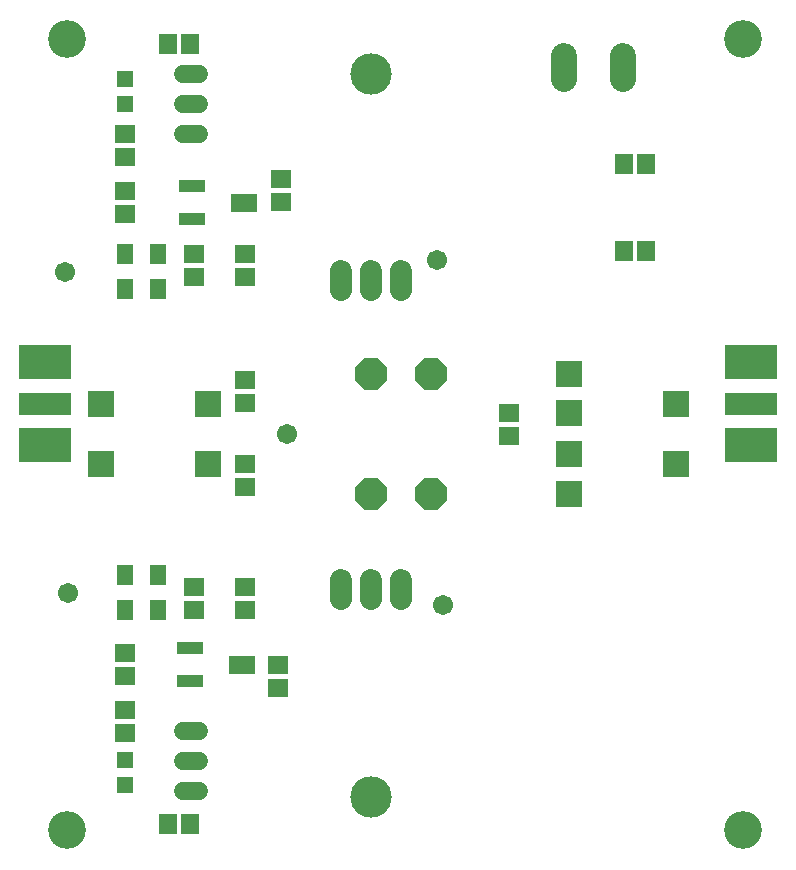
<source format=gbr>
G04 EAGLE Gerber RS-274X export*
G75*
%MOMM*%
%FSLAX34Y34*%
%LPD*%
%INSoldermask Top*%
%IPPOS*%
%AMOC8*
5,1,8,0,0,1.08239X$1,22.5*%
G01*
%ADD10C,3.203200*%
%ADD11R,1.503200X1.703200*%
%ADD12R,1.703200X1.503200*%
%ADD13R,1.403200X1.403200*%
%ADD14R,1.403200X1.703200*%
%ADD15C,1.879600*%
%ADD16C,3.505200*%
%ADD17C,1.524000*%
%ADD18P,2.969212X8X202.500000*%
%ADD19P,2.969212X8X22.500000*%
%ADD20R,2.203200X1.103200*%
%ADD21R,2.203200X1.503200*%
%ADD22R,2.203200X2.203200*%
%ADD23R,4.394200X1.981200*%
%ADD24R,4.394200X2.870200*%
%ADD25C,2.184400*%
%ADD26C,1.703200*%


D10*
X40000Y40000D03*
X612020Y40000D03*
X40000Y710000D03*
X612020Y710000D03*
D11*
X530200Y604520D03*
X511200Y604520D03*
D12*
X190500Y420980D03*
X190500Y401980D03*
X190500Y330860D03*
X190500Y349860D03*
X414020Y374040D03*
X414020Y393040D03*
D11*
X530200Y530860D03*
X511200Y530860D03*
D12*
X220980Y591160D03*
X220980Y572160D03*
X218440Y160680D03*
X218440Y179680D03*
D13*
X88900Y99400D03*
X88900Y78400D03*
D14*
X88900Y498580D03*
X88900Y527580D03*
X116840Y527580D03*
X116840Y498580D03*
X88900Y255800D03*
X88900Y226800D03*
X116840Y226800D03*
X116840Y255800D03*
D15*
X271780Y497078D02*
X271780Y513842D01*
X297180Y513842D02*
X297180Y497078D01*
X322580Y497078D02*
X322580Y513842D01*
D16*
X297180Y680720D03*
D15*
X322580Y252222D02*
X322580Y235458D01*
X297180Y235458D02*
X297180Y252222D01*
X271780Y252222D02*
X271780Y235458D01*
D16*
X297180Y68580D03*
D17*
X151384Y124460D02*
X138176Y124460D01*
X138176Y73660D02*
X151384Y73660D01*
X151384Y99060D02*
X138176Y99060D01*
X138176Y629920D02*
X151384Y629920D01*
X151384Y680720D02*
X138176Y680720D01*
X138176Y655320D02*
X151384Y655320D01*
D18*
X347980Y426720D03*
X297180Y426720D03*
D12*
X147320Y508660D03*
X147320Y527660D03*
X147320Y245720D03*
X147320Y226720D03*
D19*
X297180Y325120D03*
X347980Y325120D03*
D11*
X144120Y706120D03*
X125120Y706120D03*
X144120Y45720D03*
X125120Y45720D03*
D12*
X88900Y141580D03*
X88900Y122580D03*
X88900Y562000D03*
X88900Y581000D03*
X88900Y189840D03*
X88900Y170840D03*
D20*
X145640Y585500D03*
D21*
X189640Y571500D03*
D20*
X145640Y557500D03*
X144370Y194340D03*
D21*
X188370Y180340D03*
D20*
X144370Y166340D03*
D22*
X68580Y401320D03*
X68580Y350520D03*
X159380Y401320D03*
X159380Y350520D03*
X464820Y426720D03*
X464820Y393620D03*
X555620Y401320D03*
X555620Y350520D03*
X464820Y358220D03*
X464820Y325120D03*
D23*
X21154Y401320D03*
D24*
X21154Y436266D03*
X21154Y366374D03*
D23*
X618926Y401320D03*
D24*
X618926Y366374D03*
X618926Y436266D03*
D25*
X510286Y675894D02*
X510286Y695706D01*
X460248Y695706D02*
X460248Y675894D01*
D13*
X88900Y654980D03*
X88900Y675980D03*
D12*
X88900Y610260D03*
X88900Y629260D03*
X190500Y508660D03*
X190500Y527660D03*
X190500Y245720D03*
X190500Y226720D03*
D26*
X40640Y241300D03*
X353060Y523240D03*
X226060Y375920D03*
X358140Y231140D03*
X38100Y513080D03*
M02*

</source>
